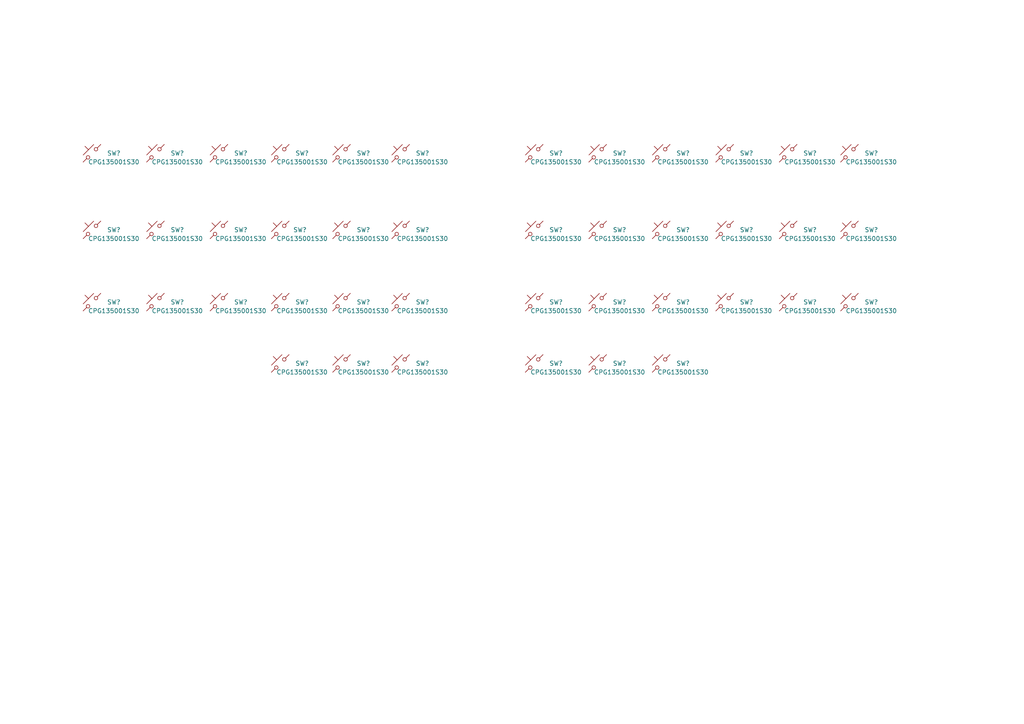
<source format=kicad_sch>
(kicad_sch (version 20231120) (generator "eeschema") (generator_version "8.0")
  (paper "A4")
  (title_block (title "Matrix") (date "2024-08-25") (rev "1.0") (company "itsdmd"))
  (lib_symbols
    (symbol "Switch:SW_Push_45deg" (pin_numbers hide) (pin_names (offset 1.016) hide)
      (property "Reference" "SW" (at 3.048 1.016 0))
      (property "Value" "SW_Push_45deg" (at 0 -3.81 0))
      (symbol "SW_Push_45deg_0_1"
        (circle (center -1.1684 1.1684) (radius 0.508))
        (polyline (pts (xy -0.508 2.54) (xy 2.54 -0.508)))
        (polyline (pts (xy 1.016 1.016) (xy 2.032 2.032)))
        (polyline (pts (xy -2.54 2.54) (xy -1.524 1.524) (xy -1.524 1.524)))
        (polyline (pts (xy 1.524 -1.524) (xy 2.54 -2.54) (xy 2.54 -2.54) (xy 2.54 -2.54)))
        (circle (center 1.143 -1.1938) (radius 0.508))
        (pin passive line (at -2.54 2.54 0) (length 0) (name "1") (number "1"))
        (pin passive line (at 2.54 -2.54 180) (length 0) (name "2") (number "2"))
      )
    )
  )
  (symbol (lib_id "Switch:SW_Push_45deg") (at 116.205 66.675 0) (mirror y) (unit 1)
    (property "Reference" "SW?" (at 122.555 66.675 0))
    (property "Value" "CPG135001S30" (at 122.555 69.215 0))
    (property "Footprint" "itsdmd:KSC_Choc" (effects (hide yes)))
  )
  (symbol (lib_id "Switch:SW_Push_45deg") (at 154.94 66.675 0) (mirror y) (unit 1)
    (property "Reference" "SW?" (at 161.29 66.675 0))
    (property "Value" "CPG135001S30" (at 161.29 69.215 0))
    (property "Footprint" "itsdmd:KSC_Choc" (effects (hide yes)))
  )
  (symbol (lib_id "Switch:SW_Push_45deg") (at 228.6 44.45 0) (mirror y) (unit 1)
    (property "Reference" "SW?" (at 234.95 44.45 0))
    (property "Value" "CPG135001S30" (at 234.95 46.99 0))
    (property "Footprint" "itsdmd:KSC_Choc" (effects (hide yes)))
  )
  (symbol (lib_id "Switch:SW_Push_45deg") (at 173.355 66.675 0) (mirror y) (unit 1)
    (property "Reference" "SW?" (at 179.705 66.675 0))
    (property "Value" "CPG135001S30" (at 179.705 69.215 0))
    (property "Footprint" "itsdmd:KSC_Choc" (effects (hide yes)))
  )
  (symbol (lib_id "Switch:SW_Push_45deg") (at 45.085 44.45 0) (mirror y) (unit 1)
    (property "Reference" "SW?" (at 51.435 44.45 0))
    (property "Value" "CPG135001S30" (at 51.435 46.99 0))
    (property "Footprint" "itsdmd:KSC_Choc" (effects (hide yes)))
  )
  (symbol (lib_id "Switch:SW_Push_45deg") (at 63.5 44.45 0) (mirror y) (unit 1)
    (property "Reference" "SW?" (at 69.85 44.45 0))
    (property "Value" "CPG135001S30" (at 69.85 46.99 0))
    (property "Footprint" "itsdmd:KSC_Choc" (effects (hide yes)))
  )
  (symbol (lib_id "Switch:SW_Push_45deg") (at 26.67 66.675 0) (mirror y) (unit 1)
    (property "Reference" "SW?" (at 33.02 66.675 0))
    (property "Value" "CPG135001S30" (at 33.02 69.215 0))
    (property "Footprint" "itsdmd:KSC_Choc" (effects (hide yes)))
  )
  (symbol (lib_id "Switch:SW_Push_45deg") (at 173.355 87.63 0) (mirror y) (unit 1)
    (property "Reference" "SW?" (at 179.705 87.63 0))
    (property "Value" "CPG135001S30" (at 179.705 90.17 0))
    (property "Footprint" "itsdmd:KSC_Choc" (effects (hide yes)))
  )
  (symbol (lib_id "Switch:SW_Push_45deg") (at 99.06 105.41 0) (mirror y) (unit 1)
    (property "Reference" "SW?" (at 105.41 105.41 0))
    (property "Value" "CPG135001S30" (at 105.41 107.95 0))
    (property "Footprint" "itsdmd:KSC_Choc" (effects (hide yes)))
  )
  (symbol (lib_id "Switch:SW_Push_45deg") (at 246.38 44.45 0) (mirror y) (unit 1)
    (property "Reference" "SW?" (at 252.73 44.45 0))
    (property "Value" "CPG135001S30" (at 252.73 46.99 0))
    (property "Footprint" "itsdmd:KSC_Choc" (effects (hide yes)))
  )
  (symbol (lib_id "Switch:SW_Push_45deg") (at 154.94 87.63 0) (mirror y) (unit 1)
    (property "Reference" "SW?" (at 161.29 87.63 0))
    (property "Value" "CPG135001S30" (at 161.29 90.17 0))
    (property "Footprint" "itsdmd:KSC_Choc" (effects (hide yes)))
  )
  (symbol (lib_id "Switch:SW_Push_45deg") (at 210.185 87.63 0) (mirror y) (unit 1)
    (property "Reference" "SW?" (at 216.535 87.63 0))
    (property "Value" "CPG135001S30" (at 216.535 90.17 0))
    (property "Footprint" "itsdmd:KSC_Choc" (effects (hide yes)))
  )
  (symbol (lib_id "Switch:SW_Push_45deg") (at 116.205 87.63 0) (mirror y) (unit 1)
    (property "Reference" "SW?" (at 122.555 87.63 0))
    (property "Value" "CPG135001S30" (at 122.555 90.17 0))
    (property "Footprint" "itsdmd:KSC_Choc" (effects (hide yes)))
  )
  (symbol (lib_id "Switch:SW_Push_45deg") (at 191.77 44.45 0) (mirror y) (unit 1)
    (property "Reference" "SW?" (at 198.12 44.45 0))
    (property "Value" "CPG135001S30" (at 198.12 46.99 0))
    (property "Footprint" "itsdmd:KSC_Choc" (effects (hide yes)))
  )
  (symbol (lib_id "Switch:SW_Push_45deg") (at 154.94 105.41 0) (mirror y) (unit 1)
    (property "Reference" "SW?" (at 161.29 105.41 0))
    (property "Value" "CPG135001S30" (at 161.29 107.95 0))
    (property "Footprint" "itsdmd:KSC_Choc" (effects (hide yes)))
  )
  (symbol (lib_id "Switch:SW_Push_45deg") (at 81.28 66.675 0) (mirror y) (unit 1)
    (property "Reference" "SW?" (at 86.995 66.675 0))
    (property "Value" "CPG135001S30" (at 87.63 69.215 0))
    (property "Footprint" "itsdmd:KSC_Choc" (effects (hide yes)))
  )
  (symbol (lib_id "Switch:SW_Push_45deg") (at 26.67 87.63 0) (mirror y) (unit 1)
    (property "Reference" "SW?" (at 33.02 87.63 0))
    (property "Value" "CPG135001S30" (at 33.02 90.17 0))
    (property "Footprint" "itsdmd:KSC_Choc" (effects (hide yes)))
  )
  (symbol (lib_id "Switch:SW_Push_45deg") (at 81.28 87.63 0) (mirror y) (unit 1)
    (property "Reference" "SW?" (at 87.63 87.63 0))
    (property "Value" "CPG135001S30" (at 87.63 90.17 0))
    (property "Footprint" "itsdmd:KSC_Choc" (effects (hide yes)))
  )
  (symbol (lib_id "Switch:SW_Push_45deg") (at 210.185 44.45 0) (mirror y) (unit 1)
    (property "Reference" "SW?" (at 216.535 44.45 0))
    (property "Value" "CPG135001S30" (at 216.535 46.99 0))
    (property "Footprint" "itsdmd:KSC_Choc" (effects (hide yes)))
  )
  (symbol (lib_id "Switch:SW_Push_45deg") (at 191.77 105.41 0) (mirror y) (unit 1)
    (property "Reference" "SW?" (at 198.12 105.41 0))
    (property "Value" "CPG135001S30" (at 198.12 107.95 0))
    (property "Footprint" "itsdmd:KSC_Choc" (effects (hide yes)))
  )
  (symbol (lib_id "Switch:SW_Push_45deg") (at 99.06 44.45 0) (mirror y) (unit 1)
    (property "Reference" "SW?" (at 105.41 44.45 0))
    (property "Value" "CPG135001S30" (at 105.41 46.99 0))
    (property "Footprint" "itsdmd:KSC_Choc" (effects (hide yes)))
  )
  (symbol (lib_id "Switch:SW_Push_45deg") (at 99.06 87.63 0) (mirror y) (unit 1)
    (property "Reference" "SW?" (at 105.41 87.63 0))
    (property "Value" "CPG135001S30" (at 105.41 90.17 0))
    (property "Footprint" "itsdmd:KSC_Choc" (effects (hide yes)))
  )
  (symbol (lib_id "Switch:SW_Push_45deg") (at 210.185 66.675 0) (mirror y) (unit 1)
    (property "Reference" "SW?" (at 216.535 66.675 0))
    (property "Value" "CPG135001S30" (at 216.535 69.215 0))
    (property "Footprint" "itsdmd:KSC_Choc" (effects (hide yes)))
  )
  (symbol (lib_id "Switch:SW_Push_45deg") (at 173.355 105.41 0) (mirror y) (unit 1)
    (property "Reference" "SW?" (at 179.705 105.41 0))
    (property "Value" "CPG135001S30" (at 179.705 107.95 0))
    (property "Footprint" "itsdmd:KSC_Choc" (effects (hide yes)))
  )
  (symbol (lib_id "Switch:SW_Push_45deg") (at 63.5 87.63 0) (mirror y) (unit 1)
    (property "Reference" "SW?" (at 69.85 87.63 0))
    (property "Value" "CPG135001S30" (at 69.85 90.17 0))
    (property "Footprint" "itsdmd:KSC_Choc" (effects (hide yes)))
  )
  (symbol (lib_id "Switch:SW_Push_45deg") (at 246.38 87.63 0) (mirror y) (unit 1)
    (property "Reference" "SW?" (at 252.73 87.63 0))
    (property "Value" "CPG135001S30" (at 252.73 90.17 0))
    (property "Footprint" "itsdmd:KSC_Choc" (effects (hide yes)))
  )
  (symbol (lib_id "Switch:SW_Push_45deg") (at 45.085 66.675 0) (mirror y) (unit 1)
    (property "Reference" "SW?" (at 51.435 66.675 0))
    (property "Value" "CPG135001S30" (at 51.435 69.215 0))
    (property "Footprint" "itsdmd:KSC_Choc" (effects (hide yes)))
  )
  (symbol (lib_id "Switch:SW_Push_45deg") (at 154.94 44.45 0) (mirror y) (unit 1)
    (property "Reference" "SW?" (at 161.29 44.45 0))
    (property "Value" "CPG135001S30" (at 161.29 46.99 0))
    (property "Footprint" "itsdmd:KSC_Choc" (effects (hide yes)))
  )
  (symbol (lib_id "Switch:SW_Push_45deg") (at 99.06 66.675 0) (mirror y) (unit 1)
    (property "Reference" "SW?" (at 105.41 66.675 0))
    (property "Value" "CPG135001S30" (at 105.41 69.215 0))
    (property "Footprint" "itsdmd:KSC_Choc" (effects (hide yes)))
  )
  (symbol (lib_id "Switch:SW_Push_45deg") (at 63.5 66.675 0) (mirror y) (unit 1)
    (property "Reference" "SW?" (at 69.85 66.675 0))
    (property "Value" "CPG135001S30" (at 69.85 69.215 0))
    (property "Footprint" "itsdmd:KSC_Choc" (effects (hide yes)))
  )
  (symbol (lib_id "Switch:SW_Push_45deg") (at 81.28 44.45 0) (mirror y) (unit 1)
    (property "Reference" "SW?" (at 87.63 44.45 0))
    (property "Value" "CPG135001S30" (at 87.63 46.99 0))
    (property "Footprint" "itsdmd:KSC_Choc" (effects (hide yes)))
  )
  (symbol (lib_id "Switch:SW_Push_45deg") (at 45.085 87.63 0) (mirror y) (unit 1)
    (property "Reference" "SW?" (at 51.435 87.63 0))
    (property "Value" "CPG135001S30" (at 51.435 90.17 0))
    (property "Footprint" "itsdmd:KSC_Choc" (effects (hide yes)))
  )
  (symbol (lib_id "Switch:SW_Push_45deg") (at 116.205 44.45 0) (mirror y) (unit 1)
    (property "Reference" "SW?" (at 122.555 44.45 0))
    (property "Value" "CPG135001S30" (at 122.555 46.99 0))
    (property "Footprint" "itsdmd:KSC_Choc" (effects (hide yes)))
  )
  (symbol (lib_id "Switch:SW_Push_45deg") (at 26.67 44.45 0) (mirror y) (unit 1)
    (property "Reference" "SW?" (at 33.02 44.45 0))
    (property "Value" "CPG135001S30" (at 33.02 46.99 0))
    (property "Footprint" "itsdmd:KSC_Choc" (effects (hide yes)))
  )
  (symbol (lib_id "Switch:SW_Push_45deg") (at 81.28 105.41 0) (mirror y) (unit 1)
    (property "Reference" "SW?" (at 87.63 105.41 0))
    (property "Value" "CPG135001S30" (at 87.63 107.95 0))
    (property "Footprint" "itsdmd:KSC_Choc" (effects (hide yes)))
  )
  (symbol (lib_id "Switch:SW_Push_45deg") (at 191.77 87.63 0) (mirror y) (unit 1)
    (property "Reference" "SW?" (at 198.12 87.63 0))
    (property "Value" "CPG135001S30" (at 198.12 90.17 0))
    (property "Footprint" "itsdmd:KSC_Choc" (effects (hide yes)))
  )
  (symbol (lib_id "Switch:SW_Push_45deg") (at 228.6 87.63 0) (mirror y) (unit 1)
    (property "Reference" "SW?" (at 234.95 87.63 0))
    (property "Value" "CPG135001S30" (at 234.95 90.17 0))
    (property "Footprint" "itsdmd:KSC_Choc" (effects (hide yes)))
  )
  (symbol (lib_id "Switch:SW_Push_45deg") (at 191.77 66.675 0) (mirror y) (unit 1)
    (property "Reference" "SW?" (at 198.12 66.675 0))
    (property "Value" "CPG135001S30" (at 198.12 69.215 0))
    (property "Footprint" "itsdmd:KSC_Choc" (effects (hide yes)))
  )
  (symbol (lib_id "Switch:SW_Push_45deg") (at 173.355 44.45 0) (mirror y) (unit 1)
    (property "Reference" "SW?" (at 179.705 44.45 0))
    (property "Value" "CPG135001S30" (at 179.705 46.99 0))
    (property "Footprint" "itsdmd:KSC_Choc" (effects (hide yes)))
  )
  (symbol (lib_id "Switch:SW_Push_45deg") (at 116.205 105.41 0) (mirror y) (unit 1)
    (property "Reference" "SW?" (at 122.555 105.41 0))
    (property "Value" "CPG135001S30" (at 122.555 107.95 0))
    (property "Footprint" "itsdmd:KSC_Choc" (effects (hide yes)))
  )
  (symbol (lib_id "Switch:SW_Push_45deg") (at 246.38 66.675 0) (mirror y) (unit 1)
    (property "Reference" "SW?" (at 252.73 66.675 0))
    (property "Value" "CPG135001S30" (at 252.73 69.215 0))
    (property "Footprint" "itsdmd:KSC_Choc" (effects (hide yes)))
  )
  (symbol (lib_id "Switch:SW_Push_45deg") (at 228.6 66.675 0) (mirror y) (unit 1)
    (property "Reference" "SW?" (at 234.95 66.675 0))
    (property "Value" "CPG135001S30" (at 234.95 69.215 0))
    (property "Footprint" "itsdmd:KSC_Choc" (effects (hide yes)))
  )
)
</source>
